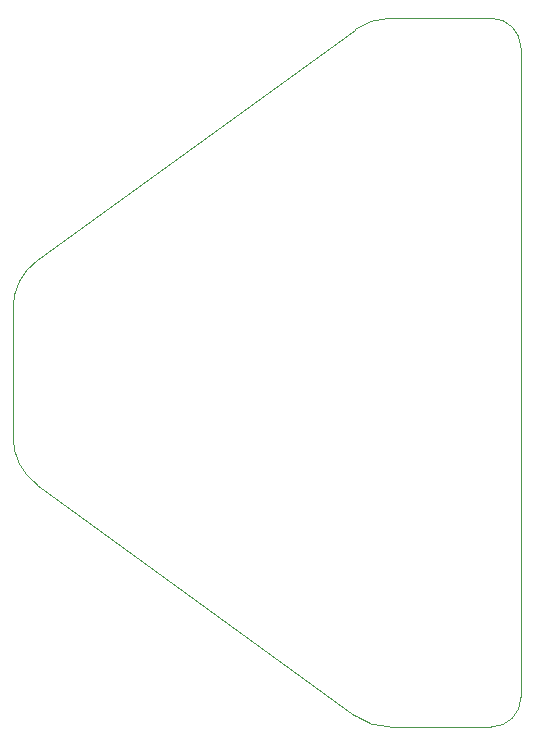
<source format=gbr>
G04 #@! TF.GenerationSoftware,KiCad,Pcbnew,(5.1.6-0-10_14)*
G04 #@! TF.CreationDate,2020-09-25T04:26:35-07:00*
G04 #@! TF.ProjectId,FT2232H_USB-C_to_2x10_1.27_F_RA,46543232-3332-4485-9f55-53422d435f74,rev?*
G04 #@! TF.SameCoordinates,Original*
G04 #@! TF.FileFunction,Profile,NP*
%FSLAX46Y46*%
G04 Gerber Fmt 4.6, Leading zero omitted, Abs format (unit mm)*
G04 Created by KiCad (PCBNEW (5.1.6-0-10_14)) date 2020-09-25 04:26:35*
%MOMM*%
%LPD*%
G01*
G04 APERTURE LIST*
G04 #@! TA.AperFunction,Profile*
%ADD10C,0.050000*%
G04 #@! TD*
G04 APERTURE END LIST*
D10*
X166961074Y-126073085D02*
X140061074Y-106523085D01*
X166961074Y-126073085D02*
G75*
G03*
X169900000Y-127028000I2938926J4045085D01*
G01*
X140061074Y-106523085D02*
G75*
G02*
X138000000Y-102478000I2938926J4045085D01*
G01*
X181000000Y-124528000D02*
G75*
G02*
X178500000Y-127028000I-2500000J0D01*
G01*
X178500000Y-67028000D02*
G75*
G02*
X181000000Y-69528000I0J-2500000D01*
G01*
X166961074Y-67982915D02*
X140061074Y-87532915D01*
X140061074Y-87532915D02*
G75*
G03*
X138000000Y-91578000I2938926J-4045085D01*
G01*
X166961074Y-67982915D02*
G75*
G02*
X169900000Y-67028000I2938926J-4045085D01*
G01*
X178500000Y-127028000D02*
X169900000Y-127028000D01*
X181000000Y-69528000D02*
X181000000Y-124528000D01*
X178500000Y-67028000D02*
X169900000Y-67028000D01*
X138000000Y-91578000D02*
X138000000Y-102478000D01*
M02*

</source>
